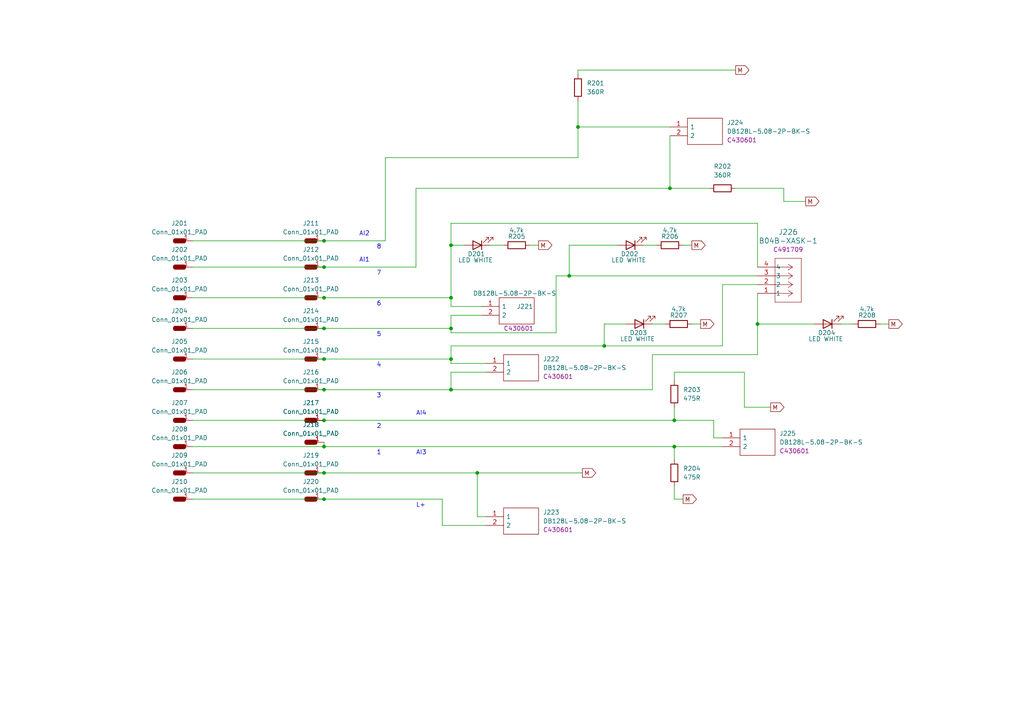
<source format=kicad_sch>
(kicad_sch (version 20230121) (generator eeschema)
  (paper "A4")
  (title_block (title "PLC INPUTS") (rev "14.1.7") (company "Volodune LLC"))
  (lib_symbols
    (symbol "Device:LED" (pin_numbers hide) (pin_names (offset 1.016) hide)
      (property "Reference" "D" (at 0 2.54 0))
      (property "Value" "LED" (at 0 -2.54 0))
      (symbol "LED_0_1"
        (polyline (pts (xy -1.27 -1.27) (xy -1.27 1.27)) (stroke (width 0.254)))
        (polyline (pts (xy -1.27 0) (xy 1.27 0)))
        (polyline (pts (xy 1.27 -1.27) (xy 1.27 1.27) (xy -1.27 0) (xy 1.27 -1.27)) (stroke (width 0.254)))
        (polyline (pts (xy -3.048 -0.762) (xy -4.572 -2.286) (xy -3.81 -2.286) (xy -4.572 -2.286) (xy -4.572 -1.524)))
        (polyline (pts (xy -1.778 -0.762) (xy -3.302 -2.286) (xy -2.54 -2.286) (xy -3.302 -2.286) (xy -3.302 -1.524)))
      )
      (symbol "LED_1_1"
        (pin passive line (at -3.81 0 0) (length 2.54) (name "K") (number "1"))
        (pin passive line (at 3.81 0 180) (length 2.54) (name "A") (number "2"))
      )
    )
    (symbol "Device:R" (pin_numbers hide) (pin_names (offset 0))
      (property "Reference" "R" (at 2.032 0 90))
      (property "Value" "R" (at 0 0 90))
      (symbol "R_0_1"
        (rectangle (start -1.016 -2.54) (end 1.016 2.54) (stroke (width 0.254)))
      )
      (symbol "R_1_1"
        (pin passive line (at 0 3.81 270) (length 1.27) (name "~") (number "1"))
        (pin passive line (at 0 -3.81 90) (length 1.27) (name "~") (number "2"))
      )
    )
    (symbol "PCB_Library:1729128" (pin_names (offset 0.762))
      (property "Reference" "J" (at 16.51 7.62 0))
      (property "Value" "1729128" (at 16.51 5.08 0))
      (property "LCSC" "C557665" (at 8.89 5.08 0))
      (symbol "1729128_0_0"
        (pin passive line (at 0 0 0) (length 5.08) (name "1") (number "1"))
        (pin passive line (at 0 -2.54 0) (length 5.08) (name "2") (number "2"))
      )
      (symbol "1729128_0_1"
        (polyline (pts (xy 5.08 2.54) (xy 15.24 2.54) (xy 15.24 -5.08) (xy 5.08 -5.08) (xy 5.08 2.54)) (stroke (width 0.1524)))
      )
    )
    (symbol "PCB_Library:B04B-XASK-1" (pin_names (offset 0.254))
      (property "Reference" "J" (at 13.97 6.35 0))
      (property "Value" "B04B-XASK-1" (at 3.81 3.81 0))
      (property "LCSC" "C264994" (at 3.81 7.62 0))
      (symbol "B04B-XASK-1_1_1"
        (polyline (pts (xy 5.08 -10.16) (xy 12.7 -10.16)) (stroke (width 0.127)))
        (polyline (pts (xy 5.08 2.54) (xy 5.08 -10.16)) (stroke (width 0.127)))
        (polyline (pts (xy 10.16 -7.62) (xy 5.08 -7.62)) (stroke (width 0.127)))
        (polyline (pts (xy 10.16 -7.62) (xy 8.89 -8.4667)) (stroke (width 0.127)))
        (polyline (pts (xy 10.16 -7.62) (xy 8.89 -6.7733)) (stroke (width 0.127)))
        (polyline (pts (xy 10.16 -5.08) (xy 5.08 -5.08)) (stroke (width 0.127)))
        (polyline (pts (xy 10.16 -5.08) (xy 8.89 -5.9267)) (stroke (width 0.127)))
        (polyline (pts (xy 10.16 -5.08) (xy 8.89 -4.2333)) (stroke (width 0.127)))
        (polyline (pts (xy 10.16 -2.54) (xy 5.08 -2.54)) (stroke (width 0.127)))
        (polyline (pts (xy 10.16 -2.54) (xy 8.89 -3.3867)) (stroke (width 0.127)))
        (polyline (pts (xy 10.16 -2.54) (xy 8.89 -1.6933)) (stroke (width 0.127)))
        (polyline (pts (xy 10.16 0) (xy 5.08 0)) (stroke (width 0.127)))
        (polyline (pts (xy 10.16 0) (xy 8.89 -0.8467)) (stroke (width 0.127)))
        (polyline (pts (xy 10.16 0) (xy 8.89 0.8467)) (stroke (width 0.127)))
        (polyline (pts (xy 12.7 -10.16) (xy 12.7 2.54)) (stroke (width 0.127)))
        (polyline (pts (xy 12.7 2.54) (xy 5.08 2.54)) (stroke (width 0.127)))
        (pin unspecified line (at 0 0 0) (length 5.08) (name "1") (number "1"))
        (pin unspecified line (at 0 -2.54 0) (length 5.08) (name "2") (number "2"))
        (pin unspecified line (at 0 -5.08 0) (length 5.08) (name "3") (number "3"))
        (pin unspecified line (at 0 -7.62 0) (length 5.08) (name "4") (number "4"))
      )
      (symbol "B04B-XASK-1_1_2"
        (polyline (pts (xy 5.08 -10.16) (xy 12.7 -10.16)) (stroke (width 0.127)))
        (polyline (pts (xy 5.08 2.54) (xy 5.08 -10.16)) (stroke (width 0.127)))
        (polyline (pts (xy 7.62 -7.62) (xy 5.08 -7.62)) (stroke (width 0.127)))
        (polyline (pts (xy 7.62 -7.62) (xy 8.89 -8.4667)) (stroke (width 0.127)))
        (polyline (pts (xy 7.62 -7.62) (xy 8.89 -6.7733)) (stroke (width 0.127)))
        (polyline (pts (xy 7.62 -5.08) (xy 5.08 -5.08)) (stroke (width 0.127)))
        (polyline (pts (xy 7.62 -5.08) (xy 8.89 -5.9267)) (stroke (width 0.127)))
        (polyline (pts (xy 7.62 -5.08) (xy 8.89 -4.2333)) (stroke (width 0.127)))
        (polyline (pts (xy 7.62 -2.54) (xy 5.08 -2.54)) (stroke (width 0.127)))
        (polyline (pts (xy 7.62 -2.54) (xy 8.89 -3.3867)) (stroke (width 0.127)))
        (polyline (pts (xy 7.62 -2.54) (xy 8.89 -1.6933)) (stroke (width 0.127)))
        (polyline (pts (xy 7.62 0) (xy 5.08 0)) (stroke (width 0.127)))
        (polyline (pts (xy 7.62 0) (xy 8.89 -0.8467)) (stroke (width 0.127)))
        (polyline (pts (xy 7.62 0) (xy 8.89 0.8467)) (stroke (width 0.127)))
        (polyline (pts (xy 12.7 -10.16) (xy 12.7 2.54)) (stroke (width 0.127)))
        (polyline (pts (xy 12.7 2.54) (xy 5.08 2.54)) (stroke (width 0.127)))
        (pin unspecified line (at 0 0 0) (length 5.08) (name "1") (number "1"))
        (pin unspecified line (at 0 -2.54 0) (length 5.08) (name "2") (number "2"))
        (pin unspecified line (at 0 -5.08 0) (length 5.08) (name "3") (number "3"))
        (pin unspecified line (at 0 -7.62 0) (length 5.08) (name "4") (number "4"))
      )
    )
    (symbol "PCB_Library:Conn_01x01_PAD" (pin_names (offset 1.016) hide)
      (property "Reference" "J" (at 0 2.54 0))
      (property "Value" "Conn_01x01_PAD" (at 1.27 -3.81 0))
      (symbol "Conn_01x01_PAD_1_1"
        (polyline (pts (xy 1.27 0) (xy 0.8636 0)) (stroke (width 0.1524)))
        (rectangle (start 0 0.127) (end 2.54 -0.127) (stroke (width 1.2192)) (fill (type outline)))
        (pin passive line (at 5.08 0 180) (length 3.81) (name "Pin_1") (number "1"))
      )
    )
  )
  (junction (at 130.81 86.36))
  (junction (at 93.98 129.54))
  (junction (at 130.81 71.12))
  (junction (at 93.98 113.03))
  (junction (at 175.26 100.33))
  (junction (at 93.98 121.92))
  (junction (at 130.81 95.25))
  (junction (at 165.1 80.01))
  (junction (at 130.81 113.03))
  (junction (at 93.98 69.85))
  (junction (at 93.98 137.16))
  (junction (at 195.58 129.54))
  (junction (at 219.71 93.98))
  (junction (at 194.31 54.61))
  (junction (at 93.98 95.25))
  (junction (at 93.98 86.36))
  (junction (at 93.98 144.78))
  (junction (at 195.58 121.92))
  (junction (at 93.98 77.47))
  (junction (at 93.98 104.14))
  (junction (at 138.43 137.16))
  (junction (at 167.64 36.83))
  (junction (at 130.81 104.14))
  (wire (pts (xy 142.24 71.12) (xy 146.05 71.12)))
  (wire (pts (xy 168.91 137.16) (xy 138.43 137.16)))
  (wire (pts (xy 55.88 113.03) (xy 93.98 113.03)))
  (wire (pts (xy 175.26 100.33) (xy 209.55 100.33)))
  (wire (pts (xy 207.01 127) (xy 209.55 127)))
  (wire (pts (xy 195.58 140.97) (xy 195.58 144.78)))
  (wire (pts (xy 194.31 39.37) (xy 194.31 54.61)))
  (wire (pts (xy 138.43 149.86) (xy 140.97 149.86)))
  (wire (pts (xy 55.88 95.25) (xy 93.98 95.25)))
  (wire (pts (xy 128.27 152.4) (xy 140.97 152.4)))
  (wire (pts (xy 130.81 88.9) (xy 139.7 88.9)))
  (wire (pts (xy 161.29 80.01) (xy 165.1 80.01)))
  (wire (pts (xy 130.81 96.52) (xy 130.81 95.25)))
  (wire (pts (xy 165.1 71.12) (xy 165.1 80.01)))
  (wire (pts (xy 195.58 144.78) (xy 198.12 144.78)))
  (wire (pts (xy 111.76 69.85) (xy 93.98 69.85)))
  (wire (pts (xy 93.98 95.25) (xy 130.81 95.25)))
  (wire (pts (xy 219.71 93.98) (xy 219.71 102.87)))
  (wire (pts (xy 130.81 104.14) (xy 130.81 105.41)))
  (wire (pts (xy 55.88 121.92) (xy 93.98 121.92)))
  (wire (pts (xy 167.64 36.83) (xy 194.31 36.83)))
  (wire (pts (xy 167.64 20.32) (xy 167.64 21.59)))
  (wire (pts (xy 219.71 93.98) (xy 236.22 93.98)))
  (wire (pts (xy 130.81 96.52) (xy 161.29 96.52)))
  (wire (pts (xy 111.76 45.72) (xy 111.76 69.85)))
  (wire (pts (xy 207.01 121.92) (xy 195.58 121.92)))
  (wire (pts (xy 198.12 71.12) (xy 200.66 71.12)))
  (wire (pts (xy 195.58 107.95) (xy 215.9 107.95)))
  (wire (pts (xy 130.81 107.95) (xy 140.97 107.95)))
  (wire (pts (xy 227.33 58.42) (xy 233.68 58.42)))
  (wire (pts (xy 130.81 71.12) (xy 130.81 86.36)))
  (wire (pts (xy 167.64 36.83) (xy 167.64 45.72)))
  (wire (pts (xy 111.76 45.72) (xy 167.64 45.72)))
  (wire (pts (xy 128.27 152.4) (xy 128.27 144.78)))
  (wire (pts (xy 186.69 71.12) (xy 190.5 71.12)))
  (wire (pts (xy 93.98 129.54) (xy 195.58 129.54)))
  (wire (pts (xy 130.81 105.41) (xy 140.97 105.41)))
  (wire (pts (xy 55.88 129.54) (xy 93.98 129.54)))
  (wire (pts (xy 195.58 129.54) (xy 209.55 129.54)))
  (wire (pts (xy 195.58 133.35) (xy 195.58 129.54)))
  (wire (pts (xy 134.62 71.12) (xy 130.81 71.12)))
  (wire (pts (xy 55.88 77.47) (xy 93.98 77.47)))
  (wire (pts (xy 93.98 128.27) (xy 93.98 129.54)))
  (wire (pts (xy 93.98 113.03) (xy 130.81 113.03)))
  (wire (pts (xy 215.9 107.95) (xy 215.9 118.11)))
  (wire (pts (xy 165.1 71.12) (xy 179.07 71.12)))
  (wire (pts (xy 255.27 93.98) (xy 257.81 93.98)))
  (wire (pts (xy 120.65 77.47) (xy 93.98 77.47)))
  (wire (pts (xy 130.81 113.03) (xy 130.81 107.95)))
  (wire (pts (xy 161.29 96.52) (xy 161.29 80.01)))
  (wire (pts (xy 175.26 93.98) (xy 175.26 100.33)))
  (wire (pts (xy 55.88 69.85) (xy 93.98 69.85)))
  (wire (pts (xy 120.65 54.61) (xy 194.31 54.61)))
  (wire (pts (xy 219.71 102.87) (xy 189.23 102.87)))
  (wire (pts (xy 153.67 71.12) (xy 156.21 71.12)))
  (wire (pts (xy 130.81 100.33) (xy 130.81 104.14)))
  (wire (pts (xy 219.71 85.09) (xy 219.71 93.98)))
  (wire (pts (xy 93.98 104.14) (xy 130.81 104.14)))
  (wire (pts (xy 55.88 86.36) (xy 93.98 86.36)))
  (wire (pts (xy 93.98 137.16) (xy 138.43 137.16)))
  (wire (pts (xy 55.88 137.16) (xy 93.98 137.16)))
  (wire (pts (xy 130.81 64.77) (xy 219.71 64.77)))
  (wire (pts (xy 189.23 113.03) (xy 130.81 113.03)))
  (wire (pts (xy 130.81 91.44) (xy 130.81 95.25)))
  (wire (pts (xy 243.84 93.98) (xy 247.65 93.98)))
  (wire (pts (xy 93.98 86.36) (xy 130.81 86.36)))
  (wire (pts (xy 130.81 86.36) (xy 130.81 88.9)))
  (wire (pts (xy 200.66 93.98) (xy 203.2 93.98)))
  (wire (pts (xy 189.23 93.98) (xy 193.04 93.98)))
  (wire (pts (xy 223.52 118.11) (xy 215.9 118.11)))
  (wire (pts (xy 195.58 121.92) (xy 93.98 121.92)))
  (wire (pts (xy 93.98 144.78) (xy 128.27 144.78)))
  (wire (pts (xy 130.81 64.77) (xy 130.81 71.12)))
  (wire (pts (xy 195.58 118.11) (xy 195.58 121.92)))
  (wire (pts (xy 209.55 82.55) (xy 219.71 82.55)))
  (wire (pts (xy 207.01 127) (xy 207.01 121.92)))
  (wire (pts (xy 130.81 91.44) (xy 139.7 91.44)))
  (wire (pts (xy 120.65 54.61) (xy 120.65 77.47)))
  (wire (pts (xy 130.81 100.33) (xy 175.26 100.33)))
  (wire (pts (xy 194.31 54.61) (xy 205.74 54.61)))
  (wire (pts (xy 167.64 20.32) (xy 213.36 20.32)))
  (wire (pts (xy 227.33 54.61) (xy 213.36 54.61)))
  (wire (pts (xy 189.23 102.87) (xy 189.23 113.03)))
  (wire (pts (xy 55.88 104.14) (xy 93.98 104.14)))
  (wire (pts (xy 165.1 80.01) (xy 219.71 80.01)))
  (wire (pts (xy 167.64 29.21) (xy 167.64 36.83)))
  (wire (pts (xy 227.33 58.42) (xy 227.33 54.61)))
  (wire (pts (xy 55.88 144.78) (xy 93.98 144.78)))
  (wire (pts (xy 181.61 93.98) (xy 175.26 93.98)))
  (wire (pts (xy 195.58 110.49) (xy 195.58 107.95)))
  (wire (pts (xy 219.71 64.77) (xy 219.71 77.47)))
  (wire (pts (xy 138.43 137.16) (xy 138.43 149.86)))
  (wire (pts (xy 209.55 82.55) (xy 209.55 100.33)))
  (text "1" (at 109.22 132.08 0) (effects (font (size 1.27 1.27)) (justify left bottom)))
  (text "4" (at 109.22 106.68 0) (effects (font (size 1.27 1.27)) (justify left bottom)))
  (text "6" (at 109.22 88.9 0) (effects (font (size 1.27 1.27)) (justify left bottom)))
  (text "3" (at 109.22 115.57 0) (effects (font (size 1.27 1.27)) (justify left bottom)))
  (text "7" (at 109.22 80.01 0) (effects (font (size 1.27 1.27)) (justify left bottom)))
  (text "AI2" (at 104.14 68.58 0) (effects (font (size 1.27 1.27)) (justify left bottom)))
  (text "AI3" (at 120.65 132.08 0) (effects (font (size 1.27 1.27)) (justify left bottom)))
  (text "5" (at 109.22 97.79 0) (effects (font (size 1.27 1.27)) (justify left bottom)))
  (text "2" (at 109.22 124.46 0) (effects (font (size 1.27 1.27)) (justify left bottom)))
  (text "AI4" (at 120.65 120.65 0) (effects (font (size 1.27 1.27)) (justify left bottom)))
  (text "AI1" (at 104.14 76.2 0) (effects (font (size 1.27 1.27)) (justify left bottom)))
  (text "L+" (at 120.65 147.32 0) (effects (font (size 1.27 1.27)) (justify left bottom)))
  (text "8" (at 109.22 72.39 0) (effects (font (size 1.27 1.27)) (justify left bottom)))
  (global_label "M" (shape output) (at 233.68 58.42 0) (property "Intersheetrefs" "${INTERSHEET_REFS}" (effects hide)))
  (global_label "M" (shape output) (at 257.81 93.98 0) (property "Intersheetrefs" "${INTERSHEET_REFS}" (effects hide)))
  (global_label "M" (shape output) (at 203.2 93.98 0) (property "Intersheetrefs" "${INTERSHEET_REFS}" (effects hide)))
  (global_label "M" (shape output) (at 168.91 137.16 0) (property "Intersheetrefs" "${INTERSHEET_REFS}" (effects hide)))
  (global_label "M" (shape output) (at 198.12 144.78 0) (property "Intersheetrefs" "${INTERSHEET_REFS}" (effects hide)))
  (global_label "M" (shape output) (at 213.36 20.32 0) (property "Intersheetrefs" "${INTERSHEET_REFS}" (effects hide)))
  (global_label "M" (shape output) (at 223.52 118.11 0) (property "Intersheetrefs" "${INTERSHEET_REFS}" (effects hide)))
  (global_label "M" (shape output) (at 200.66 71.12 0) (property "Intersheetrefs" "${INTERSHEET_REFS}" (effects hide)))
  (global_label "M" (shape output) (at 156.21 71.12 0) (property "Intersheetrefs" "${INTERSHEET_REFS}" (effects hide)))
  (symbol (lib_id "PCB_Library:Conn_01x01_PAD") (at 50.8 129.54 0) (unit 1)
    (property "Reference" "J208" (at 52.07 124.46 0))
    (property "Value" "Conn_01x01_PAD" (at 52.07 127 0))
    (property "Footprint" "PCB_Library:Conn_pin_PLC" (effects hide))
  )
  (symbol (lib_id "PCB_Library:1729128") (at 209.55 127 0) (unit 1)
    (property "Reference" "J225" (at 226.06 125.73 0) (effects (justify left)))
    (property "Value" "DB128L-5.08-2P-BK-S" (at 226.06 128.27 0) (effects (justify left)))
    (property "Footprint" "PCB_Library:1729128" (effects hide))
    (property "Datasheet" "https://jlcpcb.com/partdetail/Dorabo-DB128L_5_08_2P_BKS/C430601" (effects hide))
    (property "Description" "PCB terminal block, nominal current: 13.5 A, rated voltage (III/2): 400 V, nominal cross section: 1.5 mm?, Number of potentials: 2, Number of rows: 1, Number of positions per row: 2, product range: MKDSN 1,5, pitch: 5.08 mm, connection method: Screw connection with tension sleeve, mounting: Wave soldering, conductor/PCB connection direction: 0 ?, color: green, Pin layout: Linear pinning, Solder pin [P]: 3.5 mm, type of packaging: packed in cardboard" (effects hide))
    (property "Height" "10.15" (effects hide))
    (property "Manufacturer_Part_Number" "1729128" (effects hide))
    (property "LCSC" "C430601" (at 226.06 130.81 0) (effects (justify left)))
  )
  (symbol (lib_id "PCB_Library:1729128") (at 140.97 149.86 0) (unit 1)
    (property "Reference" "J223" (at 157.48 148.59 0) (effects (justify left)))
    (property "Value" "DB128L-5.08-2P-BK-S" (at 157.48 151.13 0) (effects (justify left)))
    (property "Footprint" "PCB_Library:1729128" (effects hide))
    (property "Datasheet" "https://jlcpcb.com/partdetail/Dorabo-DB128L_5_08_2P_BKS/C430601" (effects hide))
    (property "Description" "PCB terminal block, nominal current: 13.5 A, rated voltage (III/2): 400 V, nominal cross section: 1.5 mm?, Number of potentials: 2, Number of rows: 1, Number of positions per row: 2, product range: MKDSN 1,5, pitch: 5.08 mm, connection method: Screw connection with tension sleeve, mounting: Wave soldering, conductor/PCB connection direction: 0 ?, color: green, Pin layout: Linear pinning, Solder pin [P]: 3.5 mm, type of packaging: packed in cardboard" (effects hide))
    (property "Height" "10.15" (effects hide))
    (property "Manufacturer_Part_Number" "1729128" (effects hide))
    (property "LCSC" "C430601" (at 157.48 153.67 0) (effects (justify left)))
  )
  (symbol (lib_id "PCB_Library:Conn_01x01_PAD") (at 50.8 104.14 0) (unit 1)
    (property "Reference" "J205" (at 52.07 99.06 0))
    (property "Value" "Conn_01x01_PAD" (at 52.07 101.6 0))
    (property "Footprint" "PCB_Library:Conn_pin_PLC" (effects hide))
  )
  (symbol (lib_id "PCB_Library:Conn_01x01_PAD") (at 50.8 69.85 0) (unit 1)
    (property "Reference" "J201" (at 52.07 64.77 0))
    (property "Value" "Conn_01x01_PAD" (at 52.07 67.31 0))
    (property "Footprint" "PCB_Library:Conn_pin_PLC" (effects hide))
  )
  (symbol (lib_id "Device:R") (at 195.58 114.3 180) (unit 1)
    (property "Reference" "R203" (at 198.12 113.03 0) (effects (justify right)))
    (property "Value" "475R" (at 198.12 115.57 0) (effects (justify right)))
    (property "Footprint" "Resistor_SMD:R_1210_3225Metric" (effects hide))
    (property "Datasheet" "https://jlcpcb.com/partdetail/839336-1210W2F4750T5E/C784300" (effects hide))
    (property "LCSC" "C784300" (effects hide))
    (property "MAX_TEMP" "155 C" (effects hide))
  )
  (symbol (lib_id "PCB_Library:Conn_01x01_PAD") (at 50.8 121.92 0) (unit 1)
    (property "Reference" "J207" (at 52.07 116.84 0))
    (property "Value" "Conn_01x01_PAD" (at 52.07 119.38 0))
    (property "Footprint" "PCB_Library:Conn_pin_PLC" (effects hide))
  )
  (symbol (lib_id "PCB_Library:Conn_01x01_PAD") (at 88.9 121.92 0) (unit 1)
    (property "Reference" "J217" (at 90.17 116.84 0))
    (property "Value" "Conn_01x01_PAD" (at 90.17 119.38 0))
    (property "Footprint" "PCB_Library:Conn_pin_PLC" (effects hide))
  )
  (symbol (lib_id "Device:LED") (at 240.03 93.98 180) (unit 1)
    (property "Reference" "D204" (at 239.776 96.52 0))
    (property "Value" "LED WHITE" (at 239.522 98.298 0))
    (property "Footprint" "LED_SMD:LED_0603_1608Metric" (effects hide))
    (property "Datasheet" "https://datasheet.lcsc.com/lcsc/1809041711_Hubei-KENTO-Elec-C2290_C2290.pdf" (effects hide))
    (property "LCSC" "C2290" (effects hide))
    (property "MAX_TEMP" "85 C" (effects hide))
  )
  (symbol (lib_id "PCB_Library:Conn_01x01_PAD") (at 50.8 77.47 0) (unit 1)
    (property "Reference" "J202" (at 52.07 72.39 0))
    (property "Value" "Conn_01x01_PAD" (at 52.07 74.93 0))
    (property "Footprint" "PCB_Library:Conn_pin_PLC" (effects hide))
  )
  (symbol (lib_id "PCB_Library:Conn_01x01_PAD") (at 88.9 137.16 0) (unit 1)
    (property "Reference" "J219" (at 90.17 132.08 0))
    (property "Value" "Conn_01x01_PAD" (at 90.17 134.62 0))
    (property "Footprint" "PCB_Library:Conn_pin_PLC" (effects hide))
  )
  (symbol (lib_id "PCB_Library:1729128") (at 140.97 105.41 0) (unit 1)
    (property "Reference" "J222" (at 157.48 104.14 0) (effects (justify left)))
    (property "Value" "DB128L-5.08-2P-BK-S" (at 157.48 106.68 0) (effects (justify left)))
    (property "Footprint" "PCB_Library:1729128" (effects hide))
    (property "Datasheet" "https://jlcpcb.com/partdetail/Dorabo-DB128L_5_08_2P_BKS/C430601" (effects hide))
    (property "Description" "PCB terminal block, nominal current: 13.5 A, rated voltage (III/2): 400 V, nominal cross section: 1.5 mm?, Number of potentials: 2, Number of rows: 1, Number of positions per row: 2, product range: MKDSN 1,5, pitch: 5.08 mm, connection method: Screw connection with tension sleeve, mounting: Wave soldering, conductor/PCB connection direction: 0 ?, color: green, Pin layout: Linear pinning, Solder pin [P]: 3.5 mm, type of packaging: packed in cardboard" (effects hide))
    (property "Height" "10.15" (effects hide))
    (property "Manufacturer_Part_Number" "1729128" (effects hide))
    (property "LCSC" "C430601" (at 157.48 109.22 0) (effects (justify left)))
  )
  (symbol (lib_id "PCB_Library:Conn_01x01_PAD") (at 88.9 104.14 0) (unit 1)
    (property "Reference" "J215" (at 90.17 99.06 0))
    (property "Value" "Conn_01x01_PAD" (at 90.17 101.6 0))
    (property "Footprint" "PCB_Library:Conn_pin_PLC" (effects hide))
  )
  (symbol (lib_id "PCB_Library:Conn_01x01_PAD") (at 88.9 86.36 0) (unit 1)
    (property "Reference" "J213" (at 90.17 81.28 0))
    (property "Value" "Conn_01x01_PAD" (at 90.17 83.82 0))
    (property "Footprint" "PCB_Library:Conn_pin_PLC" (effects hide))
  )
  (symbol (lib_id "Device:LED") (at 182.88 71.12 180) (unit 1)
    (property "Reference" "D202" (at 182.626 73.66 0))
    (property "Value" "LED WHITE" (at 182.372 75.438 0))
    (property "Footprint" "LED_SMD:LED_0603_1608Metric" (effects hide))
    (property "Datasheet" "https://datasheet.lcsc.com/lcsc/1809041711_Hubei-KENTO-Elec-C2290_C2290.pdf" (effects hide))
    (property "LCSC" "C2290" (effects hide))
    (property "MAX_TEMP" "85 C" (effects hide))
  )
  (symbol (lib_id "PCB_Library:Conn_01x01_PAD") (at 50.8 137.16 0) (unit 1)
    (property "Reference" "J209" (at 52.07 132.08 0))
    (property "Value" "Conn_01x01_PAD" (at 52.07 134.62 0))
    (property "Footprint" "PCB_Library:Conn_pin_PLC" (effects hide))
  )
  (symbol (lib_id "PCB_Library:Conn_01x01_PAD") (at 50.8 95.25 0) (unit 1)
    (property "Reference" "J204" (at 52.07 90.17 0))
    (property "Value" "Conn_01x01_PAD" (at 52.07 92.71 0))
    (property "Footprint" "PCB_Library:Conn_pin_PLC" (effects hide))
  )
  (symbol (lib_id "Device:R") (at 167.64 25.4 180) (unit 1)
    (property "Reference" "R201" (at 170.18 24.13 0) (effects (justify right)))
    (property "Value" "360R" (at 170.18 26.67 0) (effects (justify right)))
    (property "Footprint" "Resistor_SMD:R_1206_3216Metric" (effects hide))
    (property "Datasheet" "https://jlcpcb.com/partdetail/18620-1206W4F3600T5E/C17932" (effects hide))
    (property "LCSC" "C17932" (effects hide))
    (property "MAX_TEMP" "155 C" (effects hide))
  )
  (symbol (lib_id "Device:R") (at 195.58 137.16 180) (unit 1)
    (property "Reference" "R204" (at 198.12 135.89 0) (effects (justify right)))
    (property "Value" "475R" (at 198.12 138.43 0) (effects (justify right)))
    (property "Footprint" "Resistor_SMD:R_1210_3225Metric" (effects hide))
    (property "Datasheet" "https://jlcpcb.com/partdetail/839336-1210W2F4750T5E/C784300" (effects hide))
    (property "LCSC" "C784300" (effects hide))
    (property "MAX_TEMP" "155 C" (effects hide))
  )
  (symbol (lib_id "PCB_Library:Conn_01x01_PAD") (at 50.8 144.78 0) (unit 1)
    (property "Reference" "J210" (at 52.07 139.7 0))
    (property "Value" "Conn_01x01_PAD" (at 52.07 142.24 0))
    (property "Footprint" "PCB_Library:Conn_pin_PLC" (effects hide))
  )
  (symbol (lib_id "PCB_Library:Conn_01x01_PAD") (at 88.9 144.78 0) (unit 1)
    (property "Reference" "J220" (at 90.17 139.7 0))
    (property "Value" "Conn_01x01_PAD" (at 90.17 142.24 0))
    (property "Footprint" "PCB_Library:Conn_pin_PLC" (effects hide))
  )
  (symbol (lib_id "PCB_Library:Conn_01x01_PAD") (at 88.9 113.03 0) (unit 1)
    (property "Reference" "J216" (at 90.17 107.95 0))
    (property "Value" "Conn_01x01_PAD" (at 90.17 110.49 0))
    (property "Footprint" "PCB_Library:Conn_pin_PLC" (effects hide))
  )
  (symbol (lib_id "Device:R") (at 209.55 54.61 270) (unit 1)
    (property "Reference" "R202" (at 209.55 48.26 90))
    (property "Value" "360R" (at 209.55 50.8 90))
    (property "Footprint" "Resistor_SMD:R_1206_3216Metric" (effects hide))
    (property "Datasheet" "https://jlcpcb.com/partdetail/18620-1206W4F3600T5E/C17932" (effects hide))
    (property "LCSC" "C17932" (effects hide))
    (property "MAX_TEMP" "155 C" (effects hide))
  )
  (symbol (lib_id "PCB_Library:Conn_01x01_PAD") (at 50.8 86.36 0) (unit 1)
    (property "Reference" "J203" (at 52.07 81.28 0))
    (property "Value" "Conn_01x01_PAD" (at 52.07 83.82 0))
    (property "Footprint" "PCB_Library:Conn_pin_PLC" (effects hide))
  )
  (symbol (lib_id "Device:R") (at 149.86 71.12 270) (unit 1)
    (property "Reference" "R205" (at 149.86 68.58 90))
    (property "Value" "4.7k" (at 149.86 66.802 90))
    (property "Footprint" "Resistor_SMD:R_0603_1608Metric" (effects hide))
    (property "Datasheet" "https://datasheet.lcsc.com/lcsc/2206010145_UNI-ROYAL-Uniroyal-Elec-1206W4F4701T5E_C17936.pdf" (effects hide))
    (property "LCSC" "C88615" (effects hide))
    (property "MAX_TEMP" "125 C" (effects hide))
  )
  (symbol (lib_id "PCB_Library:Conn_01x01_PAD") (at 88.9 95.25 0) (unit 1)
    (property "Reference" "J214" (at 90.17 90.17 0))
    (property "Value" "Conn_01x01_PAD" (at 90.17 92.71 0))
    (property "Footprint" "PCB_Library:Conn_pin_PLC" (effects hide))
  )
  (symbol (lib_id "PCB_Library:Conn_01x01_PAD") (at 88.9 128.27 0) (unit 1)
    (property "Reference" "J218" (at 90.17 123.19 0))
    (property "Value" "Conn_01x01_PAD" (at 90.17 125.73 0))
    (property "Footprint" "PCB_Library:Conn_pin_PLC" (effects hide))
  )
  (symbol (lib_id "PCB_Library:Conn_01x01_PAD") (at 88.9 77.47 0) (unit 1)
    (property "Reference" "J212" (at 90.17 72.39 0))
    (property "Value" "Conn_01x01_PAD" (at 90.17 74.93 0))
    (property "Footprint" "PCB_Library:Conn_pin_PLC" (effects hide))
  )
  (symbol (lib_id "PCB_Library:Conn_01x01_PAD") (at 50.8 113.03 0) (unit 1)
    (property "Reference" "J206" (at 52.07 107.95 0))
    (property "Value" "Conn_01x01_PAD" (at 52.07 110.49 0))
    (property "Footprint" "PCB_Library:Conn_pin_PLC" (effects hide))
  )
  (symbol (lib_id "Device:LED") (at 138.43 71.12 180) (unit 1)
    (property "Reference" "D201" (at 138.176 73.66 0))
    (property "Value" "LED WHITE" (at 137.922 75.438 0))
    (property "Footprint" "LED_SMD:LED_0603_1608Metric" (effects hide))
    (property "Datasheet" "https://datasheet.lcsc.com/lcsc/1809041711_Hubei-KENTO-Elec-C2290_C2290.pdf" (effects hide))
    (property "LCSC" "C2290" (effects hide))
    (property "MAX_TEMP" "85 C" (effects hide))
  )
  (symbol (lib_id "Device:R") (at 196.85 93.98 270) (unit 1)
    (property "Reference" "R207" (at 196.85 91.44 90))
    (property "Value" "4.7k" (at 196.85 89.662 90))
    (property "Footprint" "Resistor_SMD:R_0603_1608Metric" (effects hide))
    (property "Datasheet" "https://datasheet.lcsc.com/lcsc/2206010145_UNI-ROYAL-Uniroyal-Elec-1206W4F4701T5E_C17936.pdf" (effects hide))
    (property "LCSC" "C88615" (effects hide))
    (property "MAX_TEMP" "125 C" (effects hide))
  )
  (symbol (lib_id "Device:R") (at 194.31 71.12 270) (unit 1)
    (property "Reference" "R206" (at 194.31 68.58 90))
    (property "Value" "4.7k" (at 194.31 66.802 90))
    (property "Footprint" "Resistor_SMD:R_0603_1608Metric" (effects hide))
    (property "Datasheet" "https://datasheet.lcsc.com/lcsc/2206010145_UNI-ROYAL-Uniroyal-Elec-1206W4F4701T5E_C17936.pdf" (effects hide))
    (property "LCSC" "C88615" (effects hide))
    (property "MAX_TEMP" "125 C" (effects hide))
  )
  (symbol (lib_id "Device:LED") (at 185.42 93.98 180) (unit 1)
    (property "Reference" "D203" (at 185.166 96.52 0))
    (property "Value" "LED WHITE" (at 184.912 98.298 0))
    (property "Footprint" "LED_SMD:LED_0603_1608Metric" (effects hide))
    (property "Datasheet" "https://datasheet.lcsc.com/lcsc/1809041711_Hubei-KENTO-Elec-C2290_C2290.pdf" (effects hide))
    (property "LCSC" "C2290" (effects hide))
    (property "MAX_TEMP" "85 C" (effects hide))
  )
  (symbol (lib_id "PCB_Library:B04B-XASK-1") (at 219.71 85.09 0) (mirror x) (unit 1)
    (property "Reference" "J226" (at 228.6 67.31 0) (effects (font (size 1.524 1.524))))
    (property "Value" "B04B-XASK-1" (at 228.6 69.85 0) (effects (font (size 1.524 1.524))))
    (property "Footprint" "PCB_Library:CONN_B04B-XASK-1-A_JST" (effects hide))
    (property "Datasheet" "B04B-XASK-1" (effects hide))
    (property "LCSC" "C491709" (at 228.6 72.39 0))
  )
  (symbol (lib_id "PCB_Library:1729128") (at 194.31 36.83 0) (unit 1)
    (property "Reference" "J224" (at 210.82 35.56 0) (effects (justify left)))
    (property "Value" "DB128L-5.08-2P-BK-S" (at 210.82 38.1 0) (effects (justify left)))
    (property "Footprint" "PCB_Library:1729128" (effects hide))
    (property "Datasheet" "https://jlcpcb.com/partdetail/Dorabo-DB128L_5_08_2P_BKS/C430601" (effects hide))
    (property "Description" "PCB terminal block, nominal current: 13.5 A, rated voltage (III/2): 400 V, nominal cross section: 1.5 mm?, Number of potentials: 2, Number of rows: 1, Number of positions per row: 2, product range: MKDSN 1,5, pitch: 5.08 mm, connection method: Screw connection with tension sleeve, mounting: Wave soldering, conductor/PCB connection direction: 0 ?, color: green, Pin layout: Linear pinning, Solder pin [P]: 3.5 mm, type of packaging: packed in cardboard" (effects hide))
    (property "Height" "10.15" (effects hide))
    (property "Manufacturer_Part_Number" "1729128" (effects hide))
    (property "LCSC" "C430601" (at 210.82 40.64 0) (effects (justify left)))
  )
  (symbol (lib_id "PCB_Library:1729128") (at 139.7 88.9 0) (unit 1)
    (property "Reference" "J221" (at 149.86 88.9 0) (effects (justify left)))
    (property "Value" "DB128L-5.08-2P-BK-S" (at 137.16 85.09 0) (effects (justify left)))
    (property "Footprint" "PCB_Library:1729128" (effects hide))
    (property "Datasheet" "https://jlcpcb.com/partdetail/Dorabo-DB128L_5_08_2P_BKS/C430601" (effects hide))
    (property "Description" "PCB terminal block, nominal current: 13.5 A, rated voltage (III/2): 400 V, nominal cross section: 1.5 mm?, Number of potentials: 2, Number of rows: 1, Number of positions per row: 2, product range: MKDSN 1,5, pitch: 5.08 mm, connection method: Screw connection with tension sleeve, mounting: Wave soldering, conductor/PCB connection direction: 0 ?, color: green, Pin layout: Linear pinning, Solder pin [P]: 3.5 mm, type of packaging: packed in cardboard" (effects hide))
    (property "Height" "10.15" (effects hide))
    (property "Manufacturer_Part_Number" "1729128" (effects hide))
    (property "LCSC" "C430601" (at 146.05 95.25 0) (effects (justify left)))
  )
  (symbol (lib_id "Device:R") (at 251.46 93.98 270) (unit 1)
    (property "Reference" "R208" (at 251.46 91.44 90))
    (property "Value" "4.7k" (at 251.46 89.662 90))
    (property "Footprint" "Resistor_SMD:R_0603_1608Metric" (effects hide))
    (property "Datasheet" "https://datasheet.lcsc.com/lcsc/2206010145_UNI-ROYAL-Uniroyal-Elec-1206W4F4701T5E_C17936.pdf" (effects hide))
    (property "LCSC" "C88615" (effects hide))
    (property "MAX_TEMP" "125 C" (effects hide))
  )
  (symbol (lib_id "PCB_Library:Conn_01x01_PAD") (at 88.9 69.85 0) (unit 1)
    (property "Reference" "J211" (at 90.17 64.77 0))
    (property "Value" "Conn_01x01_PAD" (at 90.17 67.31 0))
    (property "Footprint" "PCB_Library:Conn_pin_PLC" (effects hide))
  )
)
</source>
